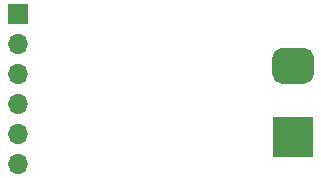
<source format=gbs>
G04 #@! TF.GenerationSoftware,KiCad,Pcbnew,5.1.12-84ad8e8a86~92~ubuntu20.04.1*
G04 #@! TF.CreationDate,2022-01-29T12:50:19-06:00*
G04 #@! TF.ProjectId,TICK_AC,5449434b-5f41-4432-9e6b-696361645f70,rev?*
G04 #@! TF.SameCoordinates,Original*
G04 #@! TF.FileFunction,Soldermask,Bot*
G04 #@! TF.FilePolarity,Negative*
%FSLAX46Y46*%
G04 Gerber Fmt 4.6, Leading zero omitted, Abs format (unit mm)*
G04 Created by KiCad (PCBNEW 5.1.12-84ad8e8a86~92~ubuntu20.04.1) date 2022-01-29 12:50:19*
%MOMM*%
%LPD*%
G01*
G04 APERTURE LIST*
%ADD10R,3.500000X3.500000*%
%ADD11O,1.700000X1.700000*%
%ADD12R,1.700000X1.700000*%
G04 APERTURE END LIST*
G36*
G01*
X151273000Y-100348400D02*
X153273000Y-100348400D01*
G75*
G02*
X154023000Y-101098400I0J-750000D01*
G01*
X154023000Y-102598400D01*
G75*
G02*
X153273000Y-103348400I-750000J0D01*
G01*
X151273000Y-103348400D01*
G75*
G02*
X150523000Y-102598400I0J750000D01*
G01*
X150523000Y-101098400D01*
G75*
G02*
X151273000Y-100348400I750000J0D01*
G01*
G37*
D10*
X152273000Y-107848400D03*
D11*
X128955800Y-110134400D03*
X128955800Y-107594400D03*
X128955800Y-105054400D03*
X128955800Y-102514400D03*
X128955800Y-99974400D03*
D12*
X128955800Y-97434400D03*
M02*

</source>
